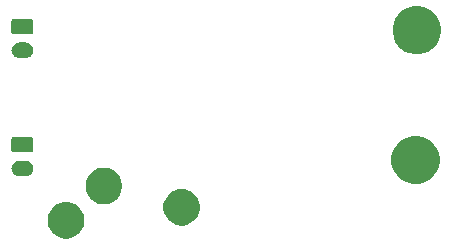
<source format=gbr>
G04 #@! TF.GenerationSoftware,KiCad,Pcbnew,(5.1.5)-3*
G04 #@! TF.CreationDate,2020-10-29T10:50:42+02:00*
G04 #@! TF.ProjectId,al8843,616c3838-3433-42e6-9b69-6361645f7063,rev?*
G04 #@! TF.SameCoordinates,Original*
G04 #@! TF.FileFunction,Soldermask,Bot*
G04 #@! TF.FilePolarity,Negative*
%FSLAX46Y46*%
G04 Gerber Fmt 4.6, Leading zero omitted, Abs format (unit mm)*
G04 Created by KiCad (PCBNEW (5.1.5)-3) date 2020-10-29 10:50:42*
%MOMM*%
%LPD*%
G04 APERTURE LIST*
%ADD10C,0.100000*%
G04 APERTURE END LIST*
D10*
G36*
X127780852Y-49574479D02*
G01*
X127952410Y-49608604D01*
X128234674Y-49725521D01*
X128488705Y-49895259D01*
X128704741Y-50111295D01*
X128874479Y-50365326D01*
X128991396Y-50647590D01*
X129051000Y-50947240D01*
X129051000Y-51252760D01*
X128991396Y-51552410D01*
X128874479Y-51834674D01*
X128704741Y-52088705D01*
X128488705Y-52304741D01*
X128234674Y-52474479D01*
X127952410Y-52591396D01*
X127802585Y-52621198D01*
X127652761Y-52651000D01*
X127347239Y-52651000D01*
X127197415Y-52621198D01*
X127047590Y-52591396D01*
X126765326Y-52474479D01*
X126511295Y-52304741D01*
X126295259Y-52088705D01*
X126125521Y-51834674D01*
X126008604Y-51552410D01*
X125949000Y-51252760D01*
X125949000Y-50947240D01*
X126008604Y-50647590D01*
X126125521Y-50365326D01*
X126295259Y-50111295D01*
X126511295Y-49895259D01*
X126765326Y-49725521D01*
X127047590Y-49608604D01*
X127219148Y-49574479D01*
X127347239Y-49549000D01*
X127652761Y-49549000D01*
X127780852Y-49574479D01*
G37*
G36*
X137602585Y-48478802D02*
G01*
X137752410Y-48508604D01*
X138034674Y-48625521D01*
X138288705Y-48795259D01*
X138504741Y-49011295D01*
X138674479Y-49265326D01*
X138791396Y-49547590D01*
X138851000Y-49847240D01*
X138851000Y-50152760D01*
X138791396Y-50452410D01*
X138674479Y-50734674D01*
X138504741Y-50988705D01*
X138288705Y-51204741D01*
X138034674Y-51374479D01*
X137752410Y-51491396D01*
X137602585Y-51521198D01*
X137452761Y-51551000D01*
X137147239Y-51551000D01*
X136997415Y-51521198D01*
X136847590Y-51491396D01*
X136565326Y-51374479D01*
X136311295Y-51204741D01*
X136095259Y-50988705D01*
X135925521Y-50734674D01*
X135808604Y-50452410D01*
X135749000Y-50152760D01*
X135749000Y-49847240D01*
X135808604Y-49547590D01*
X135925521Y-49265326D01*
X136095259Y-49011295D01*
X136311295Y-48795259D01*
X136565326Y-48625521D01*
X136847590Y-48508604D01*
X136997415Y-48478802D01*
X137147239Y-48449000D01*
X137452761Y-48449000D01*
X137602585Y-48478802D01*
G37*
G36*
X131002585Y-46678802D02*
G01*
X131152410Y-46708604D01*
X131434674Y-46825521D01*
X131688705Y-46995259D01*
X131904741Y-47211295D01*
X132074479Y-47465326D01*
X132191396Y-47747590D01*
X132251000Y-48047240D01*
X132251000Y-48352760D01*
X132191396Y-48652410D01*
X132074479Y-48934674D01*
X131904741Y-49188705D01*
X131688705Y-49404741D01*
X131434674Y-49574479D01*
X131152410Y-49691396D01*
X131002585Y-49721198D01*
X130852761Y-49751000D01*
X130547239Y-49751000D01*
X130397415Y-49721198D01*
X130247590Y-49691396D01*
X129965326Y-49574479D01*
X129711295Y-49404741D01*
X129495259Y-49188705D01*
X129325521Y-48934674D01*
X129208604Y-48652410D01*
X129149000Y-48352760D01*
X129149000Y-48047240D01*
X129208604Y-47747590D01*
X129325521Y-47465326D01*
X129495259Y-47211295D01*
X129711295Y-46995259D01*
X129965326Y-46825521D01*
X130247590Y-46708604D01*
X130397415Y-46678802D01*
X130547239Y-46649000D01*
X130852761Y-46649000D01*
X131002585Y-46678802D01*
G37*
G36*
X157698254Y-44027818D02*
G01*
X158071511Y-44182426D01*
X158071513Y-44182427D01*
X158277778Y-44320249D01*
X158407436Y-44406884D01*
X158693116Y-44692564D01*
X158917574Y-45028489D01*
X159072182Y-45401746D01*
X159151000Y-45797993D01*
X159151000Y-46202007D01*
X159072182Y-46598254D01*
X158926345Y-46950336D01*
X158917573Y-46971513D01*
X158693116Y-47307436D01*
X158407436Y-47593116D01*
X158071513Y-47817573D01*
X158071512Y-47817574D01*
X158071511Y-47817574D01*
X157698254Y-47972182D01*
X157302007Y-48051000D01*
X156897993Y-48051000D01*
X156501746Y-47972182D01*
X156128489Y-47817574D01*
X156128488Y-47817574D01*
X156128487Y-47817573D01*
X155792564Y-47593116D01*
X155506884Y-47307436D01*
X155282427Y-46971513D01*
X155273655Y-46950336D01*
X155127818Y-46598254D01*
X155049000Y-46202007D01*
X155049000Y-45797993D01*
X155127818Y-45401746D01*
X155282426Y-45028489D01*
X155506884Y-44692564D01*
X155792564Y-44406884D01*
X155922222Y-44320249D01*
X156128487Y-44182427D01*
X156128489Y-44182426D01*
X156501746Y-44027818D01*
X156897993Y-43949000D01*
X157302007Y-43949000D01*
X157698254Y-44027818D01*
G37*
G36*
X124138855Y-46052140D02*
G01*
X124202618Y-46058420D01*
X124293404Y-46085960D01*
X124325336Y-46095646D01*
X124438425Y-46156094D01*
X124537554Y-46237446D01*
X124618906Y-46336575D01*
X124679354Y-46449664D01*
X124679355Y-46449668D01*
X124716580Y-46572382D01*
X124729149Y-46700000D01*
X124716580Y-46827618D01*
X124689040Y-46918404D01*
X124679354Y-46950336D01*
X124618906Y-47063425D01*
X124537554Y-47162554D01*
X124438425Y-47243906D01*
X124325336Y-47304354D01*
X124293404Y-47314040D01*
X124202618Y-47341580D01*
X124138855Y-47347860D01*
X124106974Y-47351000D01*
X123493026Y-47351000D01*
X123461145Y-47347860D01*
X123397382Y-47341580D01*
X123306596Y-47314040D01*
X123274664Y-47304354D01*
X123161575Y-47243906D01*
X123062446Y-47162554D01*
X122981094Y-47063425D01*
X122920646Y-46950336D01*
X122910960Y-46918404D01*
X122883420Y-46827618D01*
X122870851Y-46700000D01*
X122883420Y-46572382D01*
X122920645Y-46449668D01*
X122920646Y-46449664D01*
X122981094Y-46336575D01*
X123062446Y-46237446D01*
X123161575Y-46156094D01*
X123274664Y-46095646D01*
X123306596Y-46085960D01*
X123397382Y-46058420D01*
X123461145Y-46052140D01*
X123493026Y-46049000D01*
X124106974Y-46049000D01*
X124138855Y-46052140D01*
G37*
G36*
X124566242Y-44053404D02*
G01*
X124603337Y-44064657D01*
X124637515Y-44082925D01*
X124667481Y-44107519D01*
X124692075Y-44137485D01*
X124710343Y-44171663D01*
X124721596Y-44208758D01*
X124726000Y-44253474D01*
X124726000Y-45146526D01*
X124721596Y-45191242D01*
X124710343Y-45228337D01*
X124692075Y-45262515D01*
X124667481Y-45292481D01*
X124637515Y-45317075D01*
X124603337Y-45335343D01*
X124566242Y-45346596D01*
X124521526Y-45351000D01*
X123078474Y-45351000D01*
X123033758Y-45346596D01*
X122996663Y-45335343D01*
X122962485Y-45317075D01*
X122932519Y-45292481D01*
X122907925Y-45262515D01*
X122889657Y-45228337D01*
X122878404Y-45191242D01*
X122874000Y-45146526D01*
X122874000Y-44253474D01*
X122878404Y-44208758D01*
X122889657Y-44171663D01*
X122907925Y-44137485D01*
X122932519Y-44107519D01*
X122962485Y-44082925D01*
X122996663Y-44064657D01*
X123033758Y-44053404D01*
X123078474Y-44049000D01*
X124521526Y-44049000D01*
X124566242Y-44053404D01*
G37*
G36*
X124138855Y-36052140D02*
G01*
X124202618Y-36058420D01*
X124293404Y-36085960D01*
X124325336Y-36095646D01*
X124438425Y-36156094D01*
X124537554Y-36237446D01*
X124618906Y-36336575D01*
X124679354Y-36449664D01*
X124679355Y-36449668D01*
X124716580Y-36572382D01*
X124729149Y-36700000D01*
X124716580Y-36827618D01*
X124689040Y-36918404D01*
X124679354Y-36950336D01*
X124618906Y-37063425D01*
X124537554Y-37162554D01*
X124438425Y-37243906D01*
X124325336Y-37304354D01*
X124293404Y-37314040D01*
X124202618Y-37341580D01*
X124138855Y-37347860D01*
X124106974Y-37351000D01*
X123493026Y-37351000D01*
X123461145Y-37347860D01*
X123397382Y-37341580D01*
X123306596Y-37314040D01*
X123274664Y-37304354D01*
X123161575Y-37243906D01*
X123062446Y-37162554D01*
X122981094Y-37063425D01*
X122920646Y-36950336D01*
X122910960Y-36918404D01*
X122883420Y-36827618D01*
X122870851Y-36700000D01*
X122883420Y-36572382D01*
X122920645Y-36449668D01*
X122920646Y-36449664D01*
X122981094Y-36336575D01*
X123062446Y-36237446D01*
X123161575Y-36156094D01*
X123274664Y-36095646D01*
X123306596Y-36085960D01*
X123397382Y-36058420D01*
X123461145Y-36052140D01*
X123493026Y-36049000D01*
X124106974Y-36049000D01*
X124138855Y-36052140D01*
G37*
G36*
X157798254Y-33027818D02*
G01*
X158171511Y-33182426D01*
X158171513Y-33182427D01*
X158507436Y-33406884D01*
X158793116Y-33692564D01*
X159017574Y-34028489D01*
X159172182Y-34401746D01*
X159251000Y-34797993D01*
X159251000Y-35202007D01*
X159172182Y-35598254D01*
X159017574Y-35971511D01*
X159017573Y-35971513D01*
X158793116Y-36307436D01*
X158507436Y-36593116D01*
X158171513Y-36817573D01*
X158171512Y-36817574D01*
X158171511Y-36817574D01*
X157798254Y-36972182D01*
X157402007Y-37051000D01*
X156997993Y-37051000D01*
X156601746Y-36972182D01*
X156228489Y-36817574D01*
X156228488Y-36817574D01*
X156228487Y-36817573D01*
X155892564Y-36593116D01*
X155606884Y-36307436D01*
X155382427Y-35971513D01*
X155382426Y-35971511D01*
X155227818Y-35598254D01*
X155149000Y-35202007D01*
X155149000Y-34797993D01*
X155227818Y-34401746D01*
X155382426Y-34028489D01*
X155606884Y-33692564D01*
X155892564Y-33406884D01*
X156228487Y-33182427D01*
X156228489Y-33182426D01*
X156601746Y-33027818D01*
X156997993Y-32949000D01*
X157402007Y-32949000D01*
X157798254Y-33027818D01*
G37*
G36*
X124566242Y-34053404D02*
G01*
X124603337Y-34064657D01*
X124637515Y-34082925D01*
X124667481Y-34107519D01*
X124692075Y-34137485D01*
X124710343Y-34171663D01*
X124721596Y-34208758D01*
X124726000Y-34253474D01*
X124726000Y-35146526D01*
X124721596Y-35191242D01*
X124710343Y-35228337D01*
X124692075Y-35262515D01*
X124667481Y-35292481D01*
X124637515Y-35317075D01*
X124603337Y-35335343D01*
X124566242Y-35346596D01*
X124521526Y-35351000D01*
X123078474Y-35351000D01*
X123033758Y-35346596D01*
X122996663Y-35335343D01*
X122962485Y-35317075D01*
X122932519Y-35292481D01*
X122907925Y-35262515D01*
X122889657Y-35228337D01*
X122878404Y-35191242D01*
X122874000Y-35146526D01*
X122874000Y-34253474D01*
X122878404Y-34208758D01*
X122889657Y-34171663D01*
X122907925Y-34137485D01*
X122932519Y-34107519D01*
X122962485Y-34082925D01*
X122996663Y-34064657D01*
X123033758Y-34053404D01*
X123078474Y-34049000D01*
X124521526Y-34049000D01*
X124566242Y-34053404D01*
G37*
M02*

</source>
